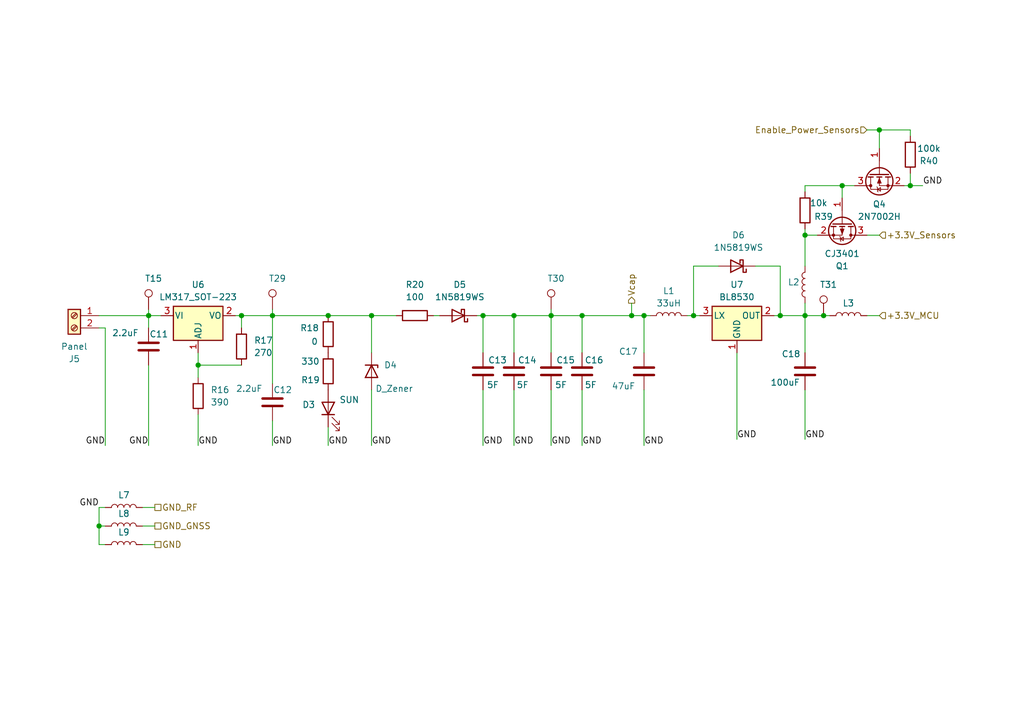
<source format=kicad_sch>
(kicad_sch (version 20231120) (generator "eeschema") (generator_version "8.0")
  (paper "A5")
  (title_block (title "RTC") (date "2024-04-17") (rev "1.0"))
  (lib_symbols
    (symbol "Connector:Screw_Terminal_01x02" (pin_names (offset 1.016) hide)
      (property "Reference" "J" (at 0 2.54 0))
      (property "Value" "Screw_Terminal_01x02" (at 0 -5.08 0))
      (symbol "Screw_Terminal_01x02_1_1"
        (rectangle (start -1.27 1.27) (end 1.27 -3.81) (stroke (width 0.254)) (fill (type background)))
        (circle (center 0 -2.54) (radius 0.635) (stroke (width 0.1524)))
        (polyline (pts (xy -0.5334 -2.2098) (xy 0.3302 -3.048)) (stroke (width 0.1524)))
        (polyline (pts (xy -0.5334 0.3302) (xy 0.3302 -0.508)) (stroke (width 0.1524)))
        (polyline (pts (xy -0.3556 -2.032) (xy 0.508 -2.8702)) (stroke (width 0.1524)))
        (polyline (pts (xy -0.3556 0.508) (xy 0.508 -0.3302)) (stroke (width 0.1524)))
        (circle (center 0 0) (radius 0.635) (stroke (width 0.1524)))
        (pin passive line (at -5.08 0 0) (length 3.81) (name "Pin_1") (number "1"))
        (pin passive line (at -5.08 -2.54 0) (length 3.81) (name "Pin_2") (number "2"))
      )
    )
    (symbol "Connector:TestPoint" (pin_numbers hide) (pin_names (offset 0.762) hide)
      (property "Reference" "TP" (at 0 6.858 0))
      (property "Value" "TestPoint" (at 0 5.08 0))
      (symbol "TestPoint_0_1"
        (circle (center 0 3.302) (radius 0.762))
      )
      (symbol "TestPoint_1_1"
        (pin passive line (at 0 0 90) (length 2.54) (name "1") (number "1"))
      )
    )
    (symbol "Device:C" (pin_numbers hide) (pin_names (offset 0.254))
      (property "Reference" "C" (at 0.635 2.54 0))
      (property "Value" "C" (at 0.635 -2.54 0))
      (symbol "C_0_1"
        (polyline (pts (xy -2.032 -0.762) (xy 2.032 -0.762)) (stroke (width 0.508)))
        (polyline (pts (xy -2.032 0.762) (xy 2.032 0.762)) (stroke (width 0.508)))
      )
      (symbol "C_1_1"
        (pin passive line (at 0 3.81 270) (length 2.794) (name "~") (number "1"))
        (pin passive line (at 0 -3.81 90) (length 2.794) (name "~") (number "2"))
      )
    )
    (symbol "Device:D_Zener" (pin_numbers hide) (pin_names (offset 1.016) hide)
      (property "Reference" "D" (at 0 2.54 0))
      (property "Value" "D_Zener" (at 0 -2.54 0))
      (symbol "D_Zener_0_1"
        (polyline (pts (xy 1.27 0) (xy -1.27 0)))
        (polyline (pts (xy -1.27 -1.27) (xy -1.27 1.27) (xy -0.762 1.27)) (stroke (width 0.254)))
        (polyline (pts (xy 1.27 -1.27) (xy 1.27 1.27) (xy -1.27 0) (xy 1.27 -1.27)) (stroke (width 0.254)))
      )
      (symbol "D_Zener_1_1"
        (pin passive line (at -3.81 0 0) (length 2.54) (name "K") (number "1"))
        (pin passive line (at 3.81 0 180) (length 2.54) (name "A") (number "2"))
      )
    )
    (symbol "Device:L" (pin_numbers hide) (pin_names (offset 1.016) hide)
      (property "Reference" "L" (at -1.27 0 90))
      (property "Value" "L" (at 1.905 0 90))
      (symbol "L_0_1"
        (arc (start 0 -2.54) (mid 0.6323 -1.905) (end 0 -1.27))
        (arc (start 0 -1.27) (mid 0.6323 -0.635) (end 0 0))
        (arc (start 0 0) (mid 0.6323 0.635) (end 0 1.27))
        (arc (start 0 1.27) (mid 0.6323 1.905) (end 0 2.54))
      )
      (symbol "L_1_1"
        (pin passive line (at 0 3.81 270) (length 1.27) (name "1") (number "1"))
        (pin passive line (at 0 -3.81 90) (length 1.27) (name "2") (number "2"))
      )
    )
    (symbol "Device:LED" (pin_numbers hide) (pin_names (offset 1.016) hide)
      (property "Reference" "D" (at 0 2.54 0))
      (property "Value" "LED" (at 0 -2.54 0))
      (symbol "LED_0_1"
        (polyline (pts (xy -1.27 -1.27) (xy -1.27 1.27)) (stroke (width 0.254)))
        (polyline (pts (xy -1.27 0) (xy 1.27 0)))
        (polyline (pts (xy 1.27 -1.27) (xy 1.27 1.27) (xy -1.27 0) (xy 1.27 -1.27)) (stroke (width 0.254)))
        (polyline (pts (xy -3.048 -0.762) (xy -4.572 -2.286) (xy -3.81 -2.286) (xy -4.572 -2.286) (xy -4.572 -1.524)))
        (polyline (pts (xy -1.778 -0.762) (xy -3.302 -2.286) (xy -2.54 -2.286) (xy -3.302 -2.286) (xy -3.302 -1.524)))
      )
      (symbol "LED_1_1"
        (pin passive line (at -3.81 0 0) (length 2.54) (name "K") (number "1"))
        (pin passive line (at 3.81 0 180) (length 2.54) (name "A") (number "2"))
      )
    )
    (symbol "Device:R" (pin_numbers hide) (pin_names (offset 0))
      (property "Reference" "R" (at 2.032 0 90))
      (property "Value" "R" (at 0 0 90))
      (symbol "R_0_1"
        (rectangle (start -1.016 -2.54) (end 1.016 2.54) (stroke (width 0.254)))
      )
      (symbol "R_1_1"
        (pin passive line (at 0 3.81 270) (length 1.27) (name "~") (number "1"))
        (pin passive line (at 0 -3.81 90) (length 1.27) (name "~") (number "2"))
      )
    )
    (symbol "Diode:1N5819WS" (pin_numbers hide) (pin_names (offset 1.016) hide)
      (property "Reference" "D" (at 0 2.54 0))
      (property "Value" "1N5819WS" (at 0 -2.54 0))
      (symbol "1N5819WS_0_1"
        (polyline (pts (xy 1.27 0) (xy -1.27 0)))
        (polyline (pts (xy 1.27 1.27) (xy 1.27 -1.27) (xy -1.27 0) (xy 1.27 1.27)) (stroke (width 0.254)))
        (polyline (pts (xy -1.905 0.635) (xy -1.905 1.27) (xy -1.27 1.27) (xy -1.27 -1.27) (xy -0.635 -1.27) (xy -0.635 -0.635)) (stroke (width 0.254)))
      )
      (symbol "1N5819WS_1_1"
        (pin passive line (at -3.81 0 0) (length 2.54) (name "K") (number "1"))
        (pin passive line (at 3.81 0 180) (length 2.54) (name "A") (number "2"))
      )
    )
    (symbol "Regulator_Linear:AP130-15Y" (pin_names (offset 0.254))
      (property "Reference" "U12" (at 0 6.35 0))
      (property "Value" "BL8530" (at 0 3.81 0))
      (symbol "AP130-15Y_0_1"
        (rectangle (start -5.08 1.905) (end 5.08 -5.08) (stroke (width 0.254)) (fill (type background)))
      )
      (symbol "AP130-15Y_1_1"
        (pin power_in line (at 0 -7.62 90) (length 2.54) (name "GND") (number "1"))
        (pin power_out line (at 7.62 0 180) (length 2.54) (name "OUT") (number "2"))
        (pin power_in line (at -7.62 0 0) (length 2.54) (name "LX") (number "3"))
      )
    )
    (symbol "Regulator_Linear:LM317_SOT-223" (pin_names (offset 0.254))
      (property "Reference" "U" (at -3.81 3.175 0))
      (property "Value" "LM317_SOT-223" (at 0 3.175 0))
      (symbol "LM317_SOT-223_0_1"
        (rectangle (start -5.08 1.905) (end 5.08 -5.08) (stroke (width 0.254)) (fill (type background)))
      )
      (symbol "LM317_SOT-223_1_1"
        (pin input line (at 0 -7.62 90) (length 2.54) (name "ADJ") (number "1"))
        (pin power_out line (at 7.62 0 180) (length 2.54) (name "VO") (number "2"))
        (pin power_in line (at -7.62 0 0) (length 2.54) (name "VI") (number "3"))
      )
    )
    (symbol "Transistor_FET:2N7002H" (pin_names hide)
      (property "Reference" "Q" (at 5.08 1.905 0))
      (property "Value" "2N7002H" (at 5.08 0 0))
      (symbol "2N7002H_0_1"
        (polyline (pts (xy 0.254 0) (xy -2.54 0)))
        (polyline (pts (xy 0.254 1.905) (xy 0.254 -1.905)) (stroke (width 0.254)))
        (polyline (pts (xy 0.762 -1.27) (xy 0.762 -2.286)) (stroke (width 0.254)))
        (polyline (pts (xy 0.762 0.508) (xy 0.762 -0.508)) (stroke (width 0.254)))
        (polyline (pts (xy 0.762 2.286) (xy 0.762 1.27)) (stroke (width 0.254)))
        (polyline (pts (xy 2.54 2.54) (xy 2.54 1.778)))
        (polyline (pts (xy 2.54 -2.54) (xy 2.54 0) (xy 0.762 0)))
        (polyline (pts (xy 0.762 -1.778) (xy 3.302 -1.778) (xy 3.302 1.778) (xy 0.762 1.778)))
        (polyline (pts (xy 1.016 0) (xy 2.032 0.381) (xy 2.032 -0.381) (xy 1.016 0)) (fill (type outline)))
        (polyline (pts (xy 2.794 0.508) (xy 2.921 0.381) (xy 3.683 0.381) (xy 3.81 0.254)))
        (polyline (pts (xy 3.302 0.381) (xy 2.921 -0.254) (xy 3.683 -0.254) (xy 3.302 0.381)))
        (circle (center 1.651 0) (radius 2.794) (stroke (width 0.254)))
        (circle (center 2.54 -1.778) (radius 0.254) (fill (type outline)))
        (circle (center 2.54 1.778) (radius 0.254) (fill (type outline)))
      )
      (symbol "2N7002H_1_1"
        (pin input line (at -5.08 0 0) (length 2.54) (name "G") (number "1"))
        (pin passive line (at 2.54 -5.08 90) (length 2.54) (name "S") (number "2"))
        (pin passive line (at 2.54 5.08 270) (length 2.54) (name "D") (number "3"))
      )
    )
    (symbol "Transistor_FET:AO3401A" (pin_names hide)
      (property "Reference" "Q" (at 5.08 1.905 0))
      (property "Value" "AO3401A" (at 5.08 0 0))
      (symbol "AO3401A_0_1"
        (polyline (pts (xy 0.254 0) (xy -2.54 0)))
        (polyline (pts (xy 0.254 1.905) (xy 0.254 -1.905)) (stroke (width 0.254)))
        (polyline (pts (xy 0.762 -1.27) (xy 0.762 -2.286)) (stroke (width 0.254)))
        (polyline (pts (xy 0.762 0.508) (xy 0.762 -0.508)) (stroke (width 0.254)))
        (polyline (pts (xy 0.762 2.286) (xy 0.762 1.27)) (stroke (width 0.254)))
        (polyline (pts (xy 2.54 2.54) (xy 2.54 1.778)))
        (polyline (pts (xy 2.54 -2.54) (xy 2.54 0) (xy 0.762 0)))
        (polyline (pts (xy 0.762 1.778) (xy 3.302 1.778) (xy 3.302 -1.778) (xy 0.762 -1.778)))
        (polyline (pts (xy 2.286 0) (xy 1.27 0.381) (xy 1.27 -0.381) (xy 2.286 0)) (fill (type outline)))
        (polyline (pts (xy 2.794 -0.508) (xy 2.921 -0.381) (xy 3.683 -0.381) (xy 3.81 -0.254)))
        (polyline (pts (xy 3.302 -0.381) (xy 2.921 0.254) (xy 3.683 0.254) (xy 3.302 -0.381)))
        (circle (center 1.651 0) (radius 2.794) (stroke (width 0.254)))
        (circle (center 2.54 -1.778) (radius 0.254) (fill (type outline)))
        (circle (center 2.54 1.778) (radius 0.254) (fill (type outline)))
      )
      (symbol "AO3401A_1_1"
        (pin input line (at -5.08 0 0) (length 2.54) (name "G") (number "1"))
        (pin passive line (at 2.54 -5.08 90) (length 2.54) (name "S") (number "2"))
        (pin passive line (at 2.54 5.08 270) (length 2.54) (name "D") (number "3"))
      )
    )
  )
  (junction (at 180.34 26.67))
  (junction (at 105.41 64.77))
  (junction (at 129.54 64.77))
  (junction (at 186.69 38.1))
  (junction (at 160.02 64.77))
  (junction (at 113.03 64.77))
  (junction (at 99.06 64.77))
  (junction (at 76.2 64.77))
  (junction (at 132.08 64.77))
  (junction (at 40.64 74.93))
  (junction (at 55.88 64.77))
  (junction (at 119.38 64.77))
  (junction (at 67.31 64.77))
  (junction (at 30.48 64.77))
  (junction (at 142.24 64.77))
  (junction (at 49.53 64.77))
  (junction (at 168.91 64.77))
  (junction (at 20.32 107.95))
  (junction (at 165.1 48.26))
  (junction (at 172.72 38.1))
  (junction (at 165.1 64.77))
  (wire (pts (xy 165.1 80.01) (xy 165.1 90.17)))
  (wire (pts (xy 20.32 104.14) (xy 21.59 104.14)))
  (wire (pts (xy 165.1 64.77) (xy 168.91 64.77)))
  (wire (pts (xy 142.24 64.77) (xy 143.51 64.77)))
  (wire (pts (xy 29.21 104.14) (xy 31.75 104.14)))
  (wire (pts (xy 55.88 86.36) (xy 55.88 91.44)))
  (wire (pts (xy 88.9 64.77) (xy 90.17 64.77)))
  (wire (pts (xy 55.88 64.77) (xy 67.31 64.77)))
  (wire (pts (xy 40.64 72.39) (xy 40.64 74.93)))
  (wire (pts (xy 55.88 78.74) (xy 55.88 64.77)))
  (wire (pts (xy 140.97 64.77) (xy 142.24 64.77)))
  (wire (pts (xy 105.41 64.77) (xy 113.03 64.77)))
  (wire (pts (xy 29.21 107.95) (xy 31.75 107.95)))
  (wire (pts (xy 99.06 72.39) (xy 99.06 64.77)))
  (wire (pts (xy 160.02 64.77) (xy 158.75 64.77)))
  (wire (pts (xy 30.48 63.5) (xy 30.48 64.77)))
  (wire (pts (xy 105.41 64.77) (xy 105.41 72.39)))
  (wire (pts (xy 113.03 63.5) (xy 113.03 64.77)))
  (wire (pts (xy 165.1 38.1) (xy 172.72 38.1)))
  (wire (pts (xy 49.53 74.93) (xy 40.64 74.93)))
  (wire (pts (xy 99.06 80.01) (xy 99.06 91.44)))
  (wire (pts (xy 165.1 38.1) (xy 165.1 39.37)))
  (wire (pts (xy 21.59 107.95) (xy 20.32 107.95)))
  (wire (pts (xy 165.1 46.99) (xy 165.1 48.26)))
  (wire (pts (xy 186.69 35.56) (xy 186.69 38.1)))
  (wire (pts (xy 168.91 64.77) (xy 170.18 64.77)))
  (wire (pts (xy 186.69 38.1) (xy 185.42 38.1)))
  (wire (pts (xy 165.1 72.39) (xy 165.1 64.77)))
  (wire (pts (xy 113.03 64.77) (xy 113.03 72.39)))
  (wire (pts (xy 165.1 64.77) (xy 160.02 64.77)))
  (wire (pts (xy 49.53 64.77) (xy 55.88 64.77)))
  (wire (pts (xy 30.48 64.77) (xy 30.48 67.31)))
  (wire (pts (xy 177.8 26.67) (xy 180.34 26.67)))
  (wire (pts (xy 67.31 87.63) (xy 67.31 91.44)))
  (wire (pts (xy 154.94 54.61) (xy 160.02 54.61)))
  (wire (pts (xy 20.32 64.77) (xy 30.48 64.77)))
  (wire (pts (xy 129.54 64.77) (xy 132.08 64.77)))
  (wire (pts (xy 132.08 64.77) (xy 133.35 64.77)))
  (wire (pts (xy 20.32 111.76) (xy 20.32 107.95)))
  (wire (pts (xy 180.34 30.48) (xy 180.34 26.67)))
  (wire (pts (xy 76.2 80.01) (xy 76.2 91.44)))
  (wire (pts (xy 142.24 54.61) (xy 142.24 64.77)))
  (wire (pts (xy 165.1 48.26) (xy 167.64 48.26)))
  (wire (pts (xy 186.69 26.67) (xy 186.69 27.94)))
  (wire (pts (xy 20.32 104.14) (xy 20.32 107.95)))
  (wire (pts (xy 132.08 80.01) (xy 132.08 91.44)))
  (wire (pts (xy 165.1 54.61) (xy 165.1 48.26)))
  (wire (pts (xy 165.1 62.23) (xy 165.1 64.77)))
  (wire (pts (xy 21.59 67.31) (xy 20.32 67.31)))
  (wire (pts (xy 189.23 38.1) (xy 186.69 38.1)))
  (wire (pts (xy 40.64 74.93) (xy 40.64 77.47)))
  (wire (pts (xy 21.59 91.44) (xy 21.59 67.31)))
  (wire (pts (xy 76.2 64.77) (xy 76.2 72.39)))
  (wire (pts (xy 99.06 64.77) (xy 105.41 64.77)))
  (wire (pts (xy 119.38 64.77) (xy 129.54 64.77)))
  (wire (pts (xy 30.48 64.77) (xy 33.02 64.77)))
  (wire (pts (xy 76.2 64.77) (xy 81.28 64.77)))
  (wire (pts (xy 48.26 64.77) (xy 49.53 64.77)))
  (wire (pts (xy 113.03 64.77) (xy 119.38 64.77)))
  (wire (pts (xy 172.72 38.1) (xy 175.26 38.1)))
  (wire (pts (xy 97.79 64.77) (xy 99.06 64.77)))
  (wire (pts (xy 113.03 80.01) (xy 113.03 91.44)))
  (wire (pts (xy 49.53 64.77) (xy 49.53 67.31)))
  (wire (pts (xy 119.38 80.01) (xy 119.38 91.44)))
  (wire (pts (xy 129.54 62.23) (xy 129.54 64.77)))
  (wire (pts (xy 147.32 54.61) (xy 142.24 54.61)))
  (wire (pts (xy 21.59 111.76) (xy 20.32 111.76)))
  (wire (pts (xy 151.13 72.39) (xy 151.13 90.17)))
  (wire (pts (xy 177.8 64.77) (xy 180.34 64.77)))
  (wire (pts (xy 55.88 63.5) (xy 55.88 64.77)))
  (wire (pts (xy 40.64 85.09) (xy 40.64 91.44)))
  (wire (pts (xy 172.72 38.1) (xy 172.72 40.64)))
  (wire (pts (xy 180.34 26.67) (xy 186.69 26.67)))
  (wire (pts (xy 67.31 64.77) (xy 76.2 64.77)))
  (wire (pts (xy 177.8 48.26) (xy 180.34 48.26)))
  (wire (pts (xy 30.48 74.93) (xy 30.48 91.44)))
  (wire (pts (xy 29.21 111.76) (xy 31.75 111.76)))
  (wire (pts (xy 119.38 64.77) (xy 119.38 72.39)))
  (wire (pts (xy 105.41 80.01) (xy 105.41 91.44)))
  (wire (pts (xy 160.02 54.61) (xy 160.02 64.77)))
  (wire (pts (xy 132.08 64.77) (xy 132.08 72.39)))
  (label "GND" (at 113.03 91.44 0))
  (label "GND" (at 189.23 38.1 0))
  (label "GND" (at 76.2 91.44 0))
  (label "GND" (at 30.48 91.44 180))
  (label "GND" (at 105.41 91.44 0))
  (label "GND" (at 20.32 104.14 180))
  (label "GND" (at 119.38 91.44 0))
  (label "GND" (at 132.08 91.44 0))
  (label "GND" (at 165.1 90.17 0))
  (label "GND" (at 67.31 91.44 0))
  (label "GND" (at 55.88 91.44 0))
  (label "GND" (at 151.13 90.17 0))
  (label "GND" (at 40.64 91.44 0))
  (label "GND" (at 21.59 91.44 180))
  (label "GND" (at 99.06 91.44 0))
  (hierarchical_label "+3.3V_MCU" (shape input) (at 180.34 64.77 0))
  (hierarchical_label "GND_GNSS" (shape passive) (at 31.75 107.95 0))
  (hierarchical_label "GND" (shape passive) (at 31.75 111.76 0))
  (hierarchical_label "Enable_Power_Sensors" (shape input) (at 177.8 26.67 180))
  (hierarchical_label "Vcap" (shape output) (at 129.54 62.23 90))
  (hierarchical_label "+3.3V_Sensors" (shape input) (at 180.34 48.26 0))
  (hierarchical_label "GND_RF" (shape passive) (at 31.75 104.14 0))
  (symbol (lib_id "Device:C") (at 113.03 76.2 0) (unit 1)
    (property "Reference" "C15" (at 114.046 73.914 0) (effects (justify left)))
    (property "Value" "5F" (at 113.792 78.994 0) (effects (justify left)))
    (property "Footprint" "Capacitor_THT:C_Radial_D10.0mm_H20.0mm_P5.00mm" (effects (hide yes)))
  )
  (symbol (lib_id "Device:C") (at 55.88 82.55 180) (unit 1)
    (property "Reference" "C12" (at 59.944 80.01 0) (effects (justify left)))
    (property "Value" "2.2uF" (at 53.848 79.756 0) (effects (justify left)))
    (property "Footprint" "Capacitor_SMD:C_0603_1608Metric" (effects (hide yes)))
  )
  (symbol (lib_id "Device:LED") (at 67.31 83.82 90) (unit 1)
    (property "Reference" "D3" (at 61.976 83.058 90) (effects (justify right)))
    (property "Value" "SUN" (at 69.596 82.042 90) (effects (justify right)))
    (property "Footprint" "LED_SMD:LED_0603_1608Metric" (effects (hide yes)))
    (property "Description" "Light emitting diode" (effects (hide yes)))
  )
  (symbol (lib_id "Device:C") (at 165.1 76.2 0) (unit 1)
    (property "Reference" "C18" (at 160.274 72.644 0) (effects (justify left)))
    (property "Value" "100uF" (at 157.988 78.486 0) (effects (justify left)))
    (property "Footprint" "Capacitor_SMD:C_0805_2012Metric" (effects (hide yes)))
  )
  (symbol (lib_id "Device:L") (at 25.4 111.76 90) (unit 1)
    (property "Reference" "L9" (at 25.4 109.22 90))
    (property "Value" "MPZ1608S101ATAH0" (effects (hide yes)))
    (property "Footprint" "Inductor_SMD:L_0603_1608Metric" (effects (hide yes)))
    (property "Description" "Inductor" (effects (hide yes)))
  )
  (symbol (lib_id "Transistor_FET:2N7002H") (at 180.34 35.56 90) (mirror x) (unit 1)
    (property "Reference" "Q4" (at 180.34 41.91 90))
    (property "Value" "2N7002H" (at 180.34 44.45 90))
    (property "Footprint" "Package_TO_SOT_SMD:SOT-23" (effects (hide yes)))
    (property "Datasheet" "http://www.diodes.com/assets/Datasheets/2N7002H.pdf" (effects (hide yes)))
    (property "Description" "0.21A Id, 60V Vds, N-Channel MOSFET, SOT-23" (effects (hide yes)))
  )
  (symbol (lib_id "Device:R") (at 40.64 81.28 180) (unit 1)
    (property "Reference" "R16" (at 43.18 80.0099 0) (effects (justify right)))
    (property "Value" "390" (at 43.18 82.5499 0) (effects (justify right)))
    (property "Footprint" "Resistor_SMD:R_0603_1608Metric" (effects (hide yes)))
  )
  (symbol (lib_id "Regulator_Linear:AP130-15Y") (at 151.13 64.77 0) (unit 1)
    (property "Reference" "U7" (at 151.13 58.42 0))
    (property "Value" "BL8530" (at 151.13 60.96 0))
    (property "Footprint" "Package_TO_SOT_SMD:SOT-89-3" (effects (hide yes)))
    (property "Datasheet" "https://www.diodes.com/assets/Datasheets/AP130.pdf" (effects (hide yes)))
    (property "Description" "0.3A Low Dropout regulator, positive, 1.5V fixed output, SOT-89" (effects (hide yes)))
  )
  (symbol (lib_id "Device:R") (at 67.31 76.2 0) (mirror x) (unit 1)
    (property "Reference" "R19" (at 61.722 77.978 0) (effects (justify left)))
    (property "Value" "330" (at 61.722 74.168 0) (effects (justify left)))
    (property "Footprint" "Resistor_SMD:R_0603_1608Metric" (effects (hide yes)))
  )
  (symbol (lib_id "Transistor_FET:AO3401A") (at 172.72 45.72 270) (unit 1)
    (property "Reference" "Q1" (at 172.72 54.61 90))
    (property "Value" "CJ3401" (at 172.72 52.07 90))
    (property "Footprint" "Package_TO_SOT_SMD:SOT-23" (effects (hide yes)))
    (property "Datasheet" "http://www.aosmd.com/pdfs/datasheet/AO3401A.pdf" (effects (hide yes)))
    (property "Description" "-4.0A Id, -30V Vds, P-Channel MOSFET, SOT-23" (effects (hide yes)))
  )
  (symbol (lib_id "Connector:TestPoint") (at 55.88 63.5 0) (unit 1)
    (property "Reference" "T29" (at 56.896 57.15 0))
    (property "Value" "TP" (effects (hide yes)))
    (property "Footprint" "TestPoint:TestPoint_Pad_D1.0mm" (effects (hide yes)))
    (property "Description" "test point" (effects (hide yes)))
  )
  (symbol (lib_id "Diode:1N5819WS") (at 151.13 54.61 180) (unit 1)
    (property "Reference" "D6" (at 151.4475 48.26 0))
    (property "Value" "1N5819WS" (at 151.4475 50.8 0))
    (property "Footprint" "Diode_SMD:D_SOD-323" (effects (hide yes)))
    (property "Datasheet" "https://datasheet.lcsc.com/lcsc/2204281430_Guangdong-Hottech-1N5819WS_C191023.pdf" (effects (hide yes)))
    (property "Description" "40V 600mV@1A 1A SOD-323 Schottky Barrier Diodes, SOD-323" (effects (hide yes)))
  )
  (symbol (lib_id "Device:D_Zener") (at 76.2 76.2 270) (unit 1)
    (property "Reference" "D4" (at 78.74 74.9299 90) (effects (justify left)))
    (property "Value" "D_Zener" (at 76.962 79.756 90) (effects (justify left)))
    (property "Description" "Zener diode" (effects (hide yes)))
  )
  (symbol (lib_id "Diode:1N5819WS") (at 93.98 64.77 180) (unit 1)
    (property "Reference" "D5" (at 94.2975 58.42 0))
    (property "Value" "1N5819WS" (at 94.2975 60.96 0))
    (property "Footprint" "Diode_SMD:D_SOD-323" (effects (hide yes)))
    (property "Datasheet" "https://datasheet.lcsc.com/lcsc/2204281430_Guangdong-Hottech-1N5819WS_C191023.pdf" (effects (hide yes)))
    (property "Description" "40V 600mV@1A 1A SOD-323 Schottky Barrier Diodes, SOD-323" (effects (hide yes)))
  )
  (symbol (lib_id "Device:R") (at 67.31 68.58 180) (unit 1)
    (property "Reference" "R18" (at 63.5 67.31 0))
    (property "Value" "0" (at 64.516 70.104 0))
    (property "Footprint" "Resistor_SMD:R_0603_1608Metric" (effects (hide yes)))
  )
  (symbol (lib_id "Device:R") (at 49.53 71.12 180) (unit 1)
    (property "Reference" "R17" (at 52.07 69.8499 0) (effects (justify right)))
    (property "Value" "270" (at 52.07 72.3899 0) (effects (justify right)))
    (property "Footprint" "Resistor_SMD:R_0603_1608Metric" (effects (hide yes)))
  )
  (symbol (lib_id "Device:R") (at 85.09 64.77 90) (unit 1)
    (property "Reference" "R20" (at 85.09 58.42 90))
    (property "Value" "100" (at 85.09 60.96 90))
    (property "Footprint" "Resistor_SMD:R_1206_3216Metric" (effects (hide yes)))
    (property "Description" "Resistor" (effects (hide yes)))
  )
  (symbol (lib_id "Regulator_Linear:LM317_SOT-223") (at 40.64 64.77 0) (unit 1)
    (property "Reference" "U6" (at 40.64 58.42 0))
    (property "Value" "LM317_SOT-223" (at 40.64 60.96 0))
    (property "Footprint" "Package_TO_SOT_SMD:SOT-223-3_TabPin2" (effects (hide yes)))
    (property "Datasheet" "http://www.ti.com/lit/ds/symlink/lm317.pdf" (effects (hide yes)))
    (property "Description" "1.5A 35V Adjustable Linear Regulator, SOT-223" (effects (hide yes)))
  )
  (symbol (lib_id "Device:C") (at 105.41 76.2 0) (unit 1)
    (property "Reference" "C14" (at 106.172 73.914 0) (effects (justify left)))
    (property "Value" "5F" (at 105.918 78.994 0) (effects (justify left)))
    (property "Footprint" "Capacitor_THT:C_Radial_D10.0mm_H20.0mm_P5.00mm" (effects (hide yes)))
  )
  (symbol (lib_id "Device:L") (at 25.4 104.14 90) (unit 1)
    (property "Reference" "L7" (at 25.4 101.6 90))
    (property "Value" "MPZ1608S101ATAH0" (effects (hide yes)))
    (property "Footprint" "Inductor_SMD:L_0603_1608Metric" (effects (hide yes)))
    (property "Description" "Inductor" (effects (hide yes)))
  )
  (symbol (lib_id "Connector:Screw_Terminal_01x02") (at 15.24 64.77 0) (mirror y) (unit 1)
    (property "Reference" "J5" (at 15.24 73.66 0))
    (property "Value" "Panel" (at 15.24 71.12 0))
    (property "Footprint" "Connector_Phoenix_MSTB:PhoenixContact_MSTBA_2,5_2-G-5,08_1x02_P5.08mm_Horizontal" (effects (hide yes)))
  )
  (symbol (lib_id "Connector:TestPoint") (at 168.91 64.77 0) (unit 1)
    (property "Reference" "T31" (at 169.926 58.42 0))
    (property "Value" "TP" (effects (hide yes)))
    (property "Footprint" "TestPoint:TestPoint_Pad_D1.0mm" (effects (hide yes)))
    (property "Description" "test point" (effects (hide yes)))
  )
  (symbol (lib_id "Device:L") (at 25.4 107.95 90) (unit 1)
    (property "Reference" "L8" (at 25.4 105.41 90))
    (property "Value" "MPZ1608S101ATAH0" (effects (hide yes)))
    (property "Footprint" "Inductor_SMD:L_0603_1608Metric" (effects (hide yes)))
    (property "Description" "Inductor" (effects (hide yes)))
  )
  (symbol (lib_id "Connector:TestPoint") (at 113.03 63.5 0) (unit 1)
    (property "Reference" "T30" (at 114.046 57.15 0))
    (property "Value" "TP" (effects (hide yes)))
    (property "Footprint" "TestPoint:TestPoint_Pad_D1.0mm" (effects (hide yes)))
    (property "Description" "test point" (effects (hide yes)))
  )
  (symbol (lib_id "Device:C") (at 119.38 76.2 0) (unit 1)
    (property "Reference" "C16" (at 119.888 73.914 0) (effects (justify left)))
    (property "Value" "5F" (at 119.888 78.994 0) (effects (justify left)))
    (property "Footprint" "Capacitor_THT:C_Radial_D10.0mm_H20.0mm_P5.00mm" (effects (hide yes)))
  )
  (symbol (lib_id "Device:L") (at 137.16 64.77 90) (unit 1)
    (property "Reference" "L1" (at 137.16 59.69 90))
    (property "Value" "33uH" (at 137.16 62.23 90))
    (property "Footprint" "Inductor_SMD:L_Sumida_CDMC6D28_7.25x6.5mm" (effects (hide yes)))
    (property "Description" "Inductor" (effects (hide yes)))
  )
  (symbol (lib_id "Device:C") (at 132.08 76.2 180) (unit 1)
    (property "Reference" "C17" (at 130.81 72.136 0) (effects (justify left)))
    (property "Value" "47uF" (at 130.302 79.248 0) (effects (justify left)))
    (property "Footprint" "Capacitor_SMD:C_0603_1608Metric" (effects (hide yes)))
  )
  (symbol (lib_id "Device:L") (at 173.99 64.77 90) (unit 1)
    (property "Reference" "L3" (at 173.99 62.23 90))
    (property "Value" "MPZ1608S101ATAH0" (effects (hide yes)))
    (property "Footprint" "Inductor_SMD:L_0603_1608Metric" (effects (hide yes)))
    (property "Description" "Inductor" (effects (hide yes)))
  )
  (symbol (lib_id "Device:L") (at 165.1 58.42 180) (unit 1)
    (property "Reference" "L2" (at 161.544 57.912 0) (effects (justify right)))
    (property "Value" "MPZ1608S101ATAH0" (effects (hide yes)))
    (property "Footprint" "Inductor_SMD:L_0603_1608Metric" (effects (hide yes)))
    (property "Description" "Inductor" (effects (hide yes)))
  )
  (symbol (lib_id "Device:C") (at 30.48 71.12 180) (unit 1)
    (property "Reference" "C11" (at 34.544 68.58 0) (effects (justify left)))
    (property "Value" "2.2uF" (at 28.448 68.326 0) (effects (justify left)))
    (property "Footprint" "Capacitor_SMD:C_0603_1608Metric" (effects (hide yes)))
  )
  (symbol (lib_id "Device:C") (at 99.06 76.2 0) (unit 1)
    (property "Reference" "C13" (at 100.076 73.914 0) (effects (justify left)))
    (property "Value" "5F" (at 99.822 78.994 0) (effects (justify left)))
    (property "Footprint" "Capacitor_THT:C_Radial_D10.0mm_H20.0mm_P5.00mm" (effects (hide yes)))
  )
  (symbol (lib_id "Connector:TestPoint") (at 30.48 63.5 0) (unit 1)
    (property "Reference" "T15" (at 31.496 57.15 0))
    (property "Value" "TP" (effects (hide yes)))
    (property "Footprint" "TestPoint:TestPoint_Pad_D1.0mm" (effects (hide yes)))
    (property "Description" "test point" (effects (hide yes)))
  )
  (symbol (lib_id "Device:R") (at 186.69 31.75 0) (unit 1)
    (property "Reference" "R40" (at 190.5 33.02 0))
    (property "Value" "100k" (at 190.5 30.48 0))
    (property "Footprint" "Resistor_SMD:R_0603_1608Metric" (effects (hide yes)))
  )
  (symbol (lib_id "Device:R") (at 165.1 43.18 0) (unit 1)
    (property "Reference" "R39" (at 168.91 44.45 0))
    (property "Value" "10k" (at 167.894 41.656 0))
    (property "Footprint" "Resistor_SMD:R_0603_1608Metric" (effects (hide yes)))
  )
)
</source>
